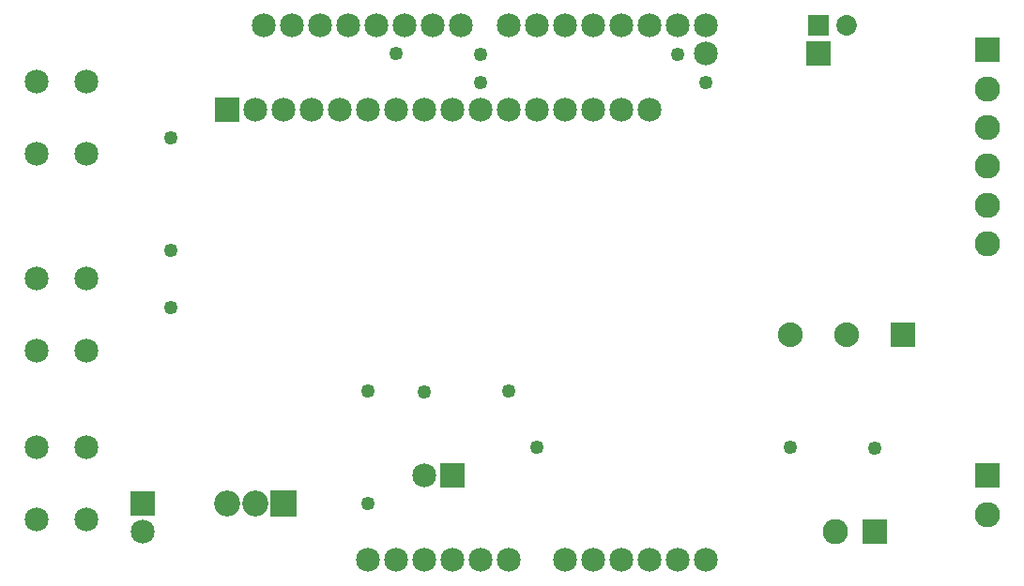
<source format=gts>
G04 MADE WITH FRITZING*
G04 WWW.FRITZING.ORG*
G04 DOUBLE SIDED*
G04 HOLES PLATED*
G04 CONTOUR ON CENTER OF CONTOUR VECTOR*
%ASAXBY*%
%FSLAX23Y23*%
%MOIN*%
%OFA0B0*%
%SFA1.0B1.0*%
%ADD10C,0.085000*%
%ADD11C,0.090000*%
%ADD12C,0.088000*%
%ADD13C,0.049370*%
%ADD14C,0.092000*%
%ADD15C,0.072992*%
%ADD16R,0.085000X0.085000*%
%ADD17R,0.090000X0.090000*%
%ADD18R,0.088000X0.088000*%
%ADD19R,0.092000X0.092000*%
%ADD20R,0.072992X0.072992*%
%LNMASK1*%
G90*
G70*
G54D10*
X778Y1717D03*
X878Y1717D03*
X978Y1717D03*
X1078Y1717D03*
X1178Y1717D03*
X1278Y1717D03*
X1378Y1717D03*
X1478Y1717D03*
X1578Y1717D03*
X1678Y1717D03*
X1778Y1717D03*
X1878Y1717D03*
X1978Y1717D03*
X2078Y1717D03*
X2178Y1717D03*
X2278Y1717D03*
X908Y2017D03*
X1008Y2017D03*
X1108Y2017D03*
X1208Y2017D03*
X1308Y2017D03*
X1408Y2017D03*
X1508Y2017D03*
X1608Y2017D03*
X1778Y2017D03*
X1878Y2017D03*
X1978Y2017D03*
X2078Y2017D03*
X2178Y2017D03*
X2278Y2017D03*
X2378Y2017D03*
X2478Y2017D03*
X1278Y117D03*
X1378Y117D03*
X1478Y117D03*
X1578Y117D03*
X1678Y117D03*
X1778Y117D03*
X1978Y117D03*
X2078Y117D03*
X2178Y117D03*
X2278Y117D03*
X2378Y117D03*
X2478Y117D03*
X101Y1561D03*
X101Y1817D03*
X278Y1561D03*
X278Y1817D03*
X101Y261D03*
X101Y517D03*
X278Y261D03*
X278Y517D03*
X101Y861D03*
X101Y1117D03*
X278Y861D03*
X278Y1117D03*
G54D11*
X3478Y1931D03*
X3478Y1793D03*
X3478Y1655D03*
X3478Y1517D03*
X3478Y1379D03*
X3478Y1242D03*
X3478Y417D03*
X3478Y279D03*
X3078Y217D03*
X2940Y217D03*
G54D12*
X3178Y917D03*
X2978Y917D03*
X2778Y917D03*
G54D13*
X1679Y1916D03*
X1679Y1816D03*
X2479Y1816D03*
X2379Y1916D03*
X577Y1617D03*
X577Y1016D03*
X577Y1217D03*
X1377Y1917D03*
G54D14*
X978Y317D03*
X878Y317D03*
X778Y317D03*
G54D10*
X478Y317D03*
X478Y217D03*
X1578Y417D03*
X1478Y417D03*
G54D13*
X2779Y517D03*
X3078Y516D03*
X1877Y517D03*
X1778Y717D03*
X1478Y716D03*
X1278Y718D03*
X1278Y318D03*
G54D15*
X2879Y2017D03*
X2978Y2017D03*
G54D10*
X2878Y1917D03*
X2478Y1917D03*
G54D16*
X777Y1718D03*
G54D17*
X3478Y1931D03*
X3478Y417D03*
X3078Y217D03*
G54D18*
X3178Y917D03*
G54D19*
X978Y317D03*
G54D16*
X478Y317D03*
X1578Y417D03*
G54D20*
X2879Y2017D03*
G54D16*
X2878Y1917D03*
G04 End of Mask1*
M02*
</source>
